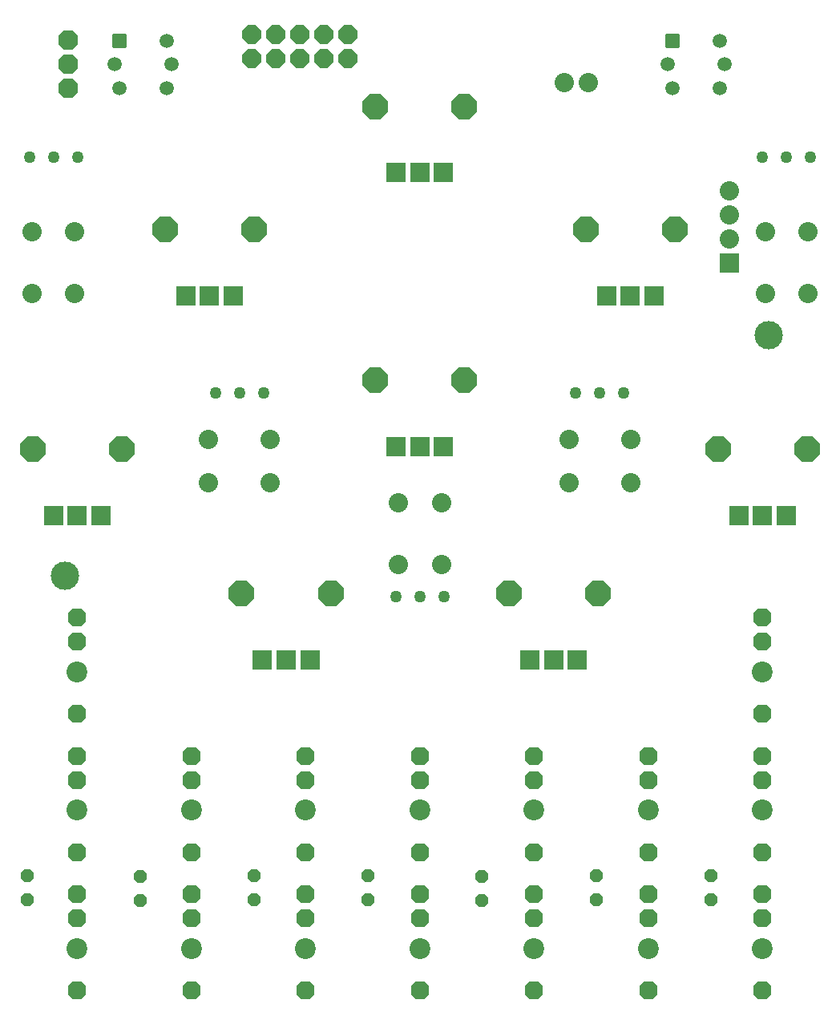
<source format=gbr>
%TF.GenerationSoftware,KiCad,Pcbnew,(6.0.11-0)*%
%TF.CreationDate,2023-03-07T14:13:06+01:00*%
%TF.ProjectId,marbles,6d617262-6c65-4732-9e6b-696361645f70,rev?*%
%TF.SameCoordinates,Original*%
%TF.FileFunction,Soldermask,Bot*%
%TF.FilePolarity,Negative*%
%FSLAX46Y46*%
G04 Gerber Fmt 4.6, Leading zero omitted, Abs format (unit mm)*
G04 Created by KiCad (PCBNEW (6.0.11-0)) date 2023-03-07 14:13:06*
%MOMM*%
%LPD*%
G01*
G04 APERTURE LIST*
G04 Aperture macros list*
%AMRoundRect*
0 Rectangle with rounded corners*
0 $1 Rounding radius*
0 $2 $3 $4 $5 $6 $7 $8 $9 X,Y pos of 4 corners*
0 Add a 4 corners polygon primitive as box body*
4,1,4,$2,$3,$4,$5,$6,$7,$8,$9,$2,$3,0*
0 Add four circle primitives for the rounded corners*
1,1,$1+$1,$2,$3*
1,1,$1+$1,$4,$5*
1,1,$1+$1,$6,$7*
1,1,$1+$1,$8,$9*
0 Add four rect primitives between the rounded corners*
20,1,$1+$1,$2,$3,$4,$5,0*
20,1,$1+$1,$4,$5,$6,$7,0*
20,1,$1+$1,$6,$7,$8,$9,0*
20,1,$1+$1,$8,$9,$2,$3,0*%
%AMFreePoly0*
4,1,25,0.575031,1.328373,0.579933,1.323882,1.323882,0.579933,1.345910,0.532692,1.346200,0.526051,1.346200,-0.526051,1.328373,-0.575031,1.323882,-0.579933,0.579933,-1.323882,0.532692,-1.345910,0.526051,-1.346200,-0.526051,-1.346200,-0.575031,-1.328373,-0.579933,-1.323882,-1.323882,-0.579933,-1.345910,-0.532692,-1.346200,-0.526051,-1.346200,0.526051,-1.328373,0.575031,-1.323882,0.579933,
-0.579933,1.323882,-0.532692,1.345910,-0.526051,1.346200,0.526051,1.346200,0.575031,1.328373,0.575031,1.328373,$1*%
%AMFreePoly1*
4,1,25,0.417216,0.947373,0.422118,0.942882,0.942882,0.422118,0.964910,0.374877,0.965200,0.368236,0.965200,-0.368236,0.947373,-0.417216,0.942882,-0.422118,0.422118,-0.942882,0.374877,-0.964910,0.368236,-0.965200,-0.368236,-0.965200,-0.417216,-0.947373,-0.422118,-0.942882,-0.942882,-0.422118,-0.964910,-0.374877,-0.965200,-0.368236,-0.965200,0.368236,-0.947373,0.417216,-0.942882,0.422118,
-0.422118,0.942882,-0.374877,0.964910,-0.368236,0.965200,0.368236,0.965200,0.417216,0.947373,0.417216,0.947373,$1*%
%AMFreePoly2*
4,1,25,0.301485,0.667973,0.306387,0.663482,0.663482,0.306387,0.685510,0.259146,0.685800,0.252505,0.685800,-0.252505,0.667973,-0.301485,0.663482,-0.306387,0.306387,-0.663482,0.259146,-0.685510,0.252505,-0.685800,-0.252505,-0.685800,-0.301485,-0.667973,-0.306387,-0.663482,-0.663482,-0.306387,-0.685510,-0.259146,-0.685800,-0.252505,-0.685800,0.252505,-0.667973,0.301485,-0.663482,0.306387,
-0.306387,0.663482,-0.259146,0.685510,-0.252505,0.685800,0.252505,0.685800,0.301485,0.667973,0.301485,0.667973,$1*%
%AMFreePoly3*
4,1,25,0.448779,1.023573,0.453681,1.019082,1.019082,0.453681,1.041110,0.406440,1.041400,0.399799,1.041400,-0.399799,1.023573,-0.448779,1.019082,-0.453681,0.453681,-1.019082,0.406440,-1.041110,0.399799,-1.041400,-0.399799,-1.041400,-0.448779,-1.023573,-0.453681,-1.019082,-1.019082,-0.453681,-1.041110,-0.406440,-1.041400,-0.399799,-1.041400,0.399799,-1.023573,0.448779,-1.019082,0.453681,
-0.453681,1.019082,-0.406440,1.041110,-0.399799,1.041400,0.399799,1.041400,0.448779,1.023573,0.448779,1.023573,$1*%
%AMFreePoly4*
4,1,25,0.438258,0.998173,0.443160,0.993682,0.993682,0.443160,1.015710,0.395919,1.016000,0.389278,1.016000,-0.389278,0.998173,-0.438258,0.993682,-0.443160,0.443160,-0.993682,0.395919,-1.015710,0.389278,-1.016000,-0.389278,-1.016000,-0.438258,-0.998173,-0.443160,-0.993682,-0.993682,-0.443160,-1.015710,-0.395919,-1.016000,-0.389278,-1.016000,0.389278,-0.998173,0.438258,-0.993682,0.443160,
-0.443160,0.993682,-0.395919,1.015710,-0.389278,1.016000,0.389278,1.016000,0.438258,0.998173,0.438258,0.998173,$1*%
G04 Aperture macros list end*
%ADD10RoundRect,0.076200X0.939800X-0.939800X0.939800X0.939800X-0.939800X0.939800X-0.939800X-0.939800X0*%
%ADD11FreePoly0,90.000000*%
%ADD12C,2.200000*%
%ADD13FreePoly1,180.000000*%
%ADD14C,1.258800*%
%ADD15FreePoly2,270.000000*%
%ADD16C,1.502400*%
%ADD17RoundRect,0.076200X0.675000X-0.675000X0.675000X0.675000X-0.675000X0.675000X-0.675000X-0.675000X0*%
%ADD18C,2.032000*%
%ADD19FreePoly3,180.000000*%
%ADD20C,3.000000*%
%ADD21FreePoly4,180.000000*%
%ADD22RoundRect,0.076200X-0.939800X-0.939800X0.939800X-0.939800X0.939800X0.939800X-0.939800X0.939800X0*%
G04 APERTURE END LIST*
D10*
%TO.C,R38*%
X165129800Y-121211100D03*
X162629800Y-121211100D03*
X160129800Y-121211100D03*
D11*
X167329800Y-114211100D03*
X157929800Y-114211100D03*
%TD*%
D10*
%TO.C,R14*%
X173226100Y-82793600D03*
X170726100Y-82793600D03*
X168226100Y-82793600D03*
D11*
X175426100Y-75793600D03*
X166026100Y-75793600D03*
%TD*%
D12*
%TO.C,J11*%
X124371100Y-151676100D03*
D13*
X124371100Y-145961100D03*
X124371100Y-148501100D03*
X124371100Y-156121100D03*
%TD*%
D12*
%TO.C,J7*%
X160566100Y-137071100D03*
D13*
X160566100Y-131356100D03*
X160566100Y-133896100D03*
X160566100Y-141516100D03*
%TD*%
D14*
%TO.C,LED5*%
X151040000Y-114500000D03*
X148500000Y-114500000D03*
X145960000Y-114500000D03*
%TD*%
D10*
%TO.C,R16*%
X151001100Y-98668600D03*
X148501100Y-98668600D03*
X146001100Y-98668600D03*
D11*
X153201100Y-91668600D03*
X143801100Y-91668600D03*
%TD*%
D10*
%TO.C,R13*%
X128776100Y-82793600D03*
X126276100Y-82793600D03*
X123776100Y-82793600D03*
D11*
X130976100Y-75793600D03*
X121576100Y-75793600D03*
%TD*%
D15*
%TO.C,LED10*%
X155000000Y-144056100D03*
X155000000Y-146596100D03*
%TD*%
D10*
%TO.C,R4*%
X151001100Y-69776100D03*
X148501100Y-69776100D03*
X146001100Y-69776100D03*
D11*
X153201100Y-62776100D03*
X143801100Y-62776100D03*
%TD*%
D15*
%TO.C,LED8*%
X131000000Y-144030000D03*
X131000000Y-146570000D03*
%TD*%
D12*
%TO.C,J16*%
X184696100Y-151676100D03*
D13*
X184696100Y-145961100D03*
X184696100Y-148501100D03*
X184696100Y-156121100D03*
%TD*%
D15*
%TO.C,LED6*%
X107000000Y-144030000D03*
X107000000Y-146570000D03*
%TD*%
D10*
%TO.C,R37*%
X136872400Y-121211100D03*
X134372400Y-121211100D03*
X131872400Y-121211100D03*
D11*
X139072400Y-114211100D03*
X129672400Y-114211100D03*
%TD*%
D16*
%TO.C,SW1*%
X121791100Y-55831100D03*
X121791100Y-60831100D03*
D17*
X116791100Y-55831100D03*
D16*
X116291100Y-58331100D03*
X122291100Y-58331100D03*
X116791100Y-60831100D03*
%TD*%
D12*
%TO.C,J4*%
X124371100Y-137071100D03*
D13*
X124371100Y-131356100D03*
X124371100Y-133896100D03*
X124371100Y-141516100D03*
%TD*%
D12*
%TO.C,J9*%
X184696100Y-137071100D03*
D13*
X184696100Y-131356100D03*
X184696100Y-133896100D03*
X184696100Y-141516100D03*
%TD*%
D15*
%TO.C,LED12*%
X179250000Y-144030000D03*
X179250000Y-146570000D03*
%TD*%
%TO.C,LED11*%
X167100000Y-143980000D03*
X167100000Y-146520000D03*
%TD*%
D12*
%TO.C,J1*%
X112306100Y-122466100D03*
D13*
X112306100Y-116751100D03*
X112306100Y-119291100D03*
X112306100Y-126911100D03*
%TD*%
D18*
%TO.C,SW6*%
X164299900Y-97980500D03*
X170802300Y-97980500D03*
X164299900Y-102501700D03*
X170802300Y-102501700D03*
%TD*%
D12*
%TO.C,J12*%
X136436100Y-151676100D03*
D13*
X136436100Y-145961100D03*
X136436100Y-148501100D03*
X136436100Y-156121100D03*
%TD*%
D15*
%TO.C,LED9*%
X143000000Y-143980000D03*
X143000000Y-146520000D03*
%TD*%
D18*
%TO.C,SW3*%
X112026700Y-76034900D03*
X112026700Y-82537300D03*
X107505500Y-76034900D03*
X107505500Y-82537300D03*
%TD*%
D14*
%TO.C,LED1*%
X112340000Y-68100000D03*
X109800000Y-68100000D03*
X107260000Y-68100000D03*
%TD*%
%TO.C,LED4*%
X170040000Y-93000000D03*
X167500000Y-93000000D03*
X164960000Y-93000000D03*
%TD*%
D18*
%TO.C,SW4*%
X184975500Y-82537300D03*
X184975500Y-76034900D03*
X189496700Y-82537300D03*
X189496700Y-76034900D03*
%TD*%
D14*
%TO.C,LED2*%
X189740000Y-68100000D03*
X187200000Y-68100000D03*
X184660000Y-68100000D03*
%TD*%
D18*
%TO.C,SW5*%
X126199900Y-97980500D03*
X132702300Y-97980500D03*
X126199900Y-102501700D03*
X132702300Y-102501700D03*
%TD*%
D12*
%TO.C,J6*%
X148501100Y-137071100D03*
D13*
X148501100Y-131356100D03*
X148501100Y-133896100D03*
X148501100Y-141516100D03*
%TD*%
D16*
%TO.C,SW2*%
X180211100Y-55831100D03*
X180211100Y-60831100D03*
D17*
X175211100Y-55831100D03*
D16*
X174711100Y-58331100D03*
X180711100Y-58331100D03*
X175211100Y-60831100D03*
%TD*%
D19*
%TO.C,IC1*%
X111353600Y-60871100D03*
X111353600Y-58331100D03*
X111353600Y-55791100D03*
%TD*%
D10*
%TO.C,R21*%
X187196100Y-105971100D03*
X184696100Y-105971100D03*
X182196100Y-105971100D03*
D11*
X189396100Y-98971100D03*
X179996100Y-98971100D03*
%TD*%
D20*
%TO.C,H3*%
X185331100Y-86906100D03*
%TD*%
D14*
%TO.C,LED3*%
X132040000Y-93000000D03*
X129500000Y-93000000D03*
X126960000Y-93000000D03*
%TD*%
D12*
%TO.C,J15*%
X172631100Y-151676100D03*
D13*
X172631100Y-145961100D03*
X172631100Y-148501100D03*
X172631100Y-156121100D03*
%TD*%
D12*
%TO.C,J8*%
X172631100Y-137071100D03*
D13*
X172631100Y-131356100D03*
X172631100Y-133896100D03*
X172631100Y-141516100D03*
%TD*%
D12*
%TO.C,J5*%
X136436100Y-137071100D03*
D13*
X136436100Y-131356100D03*
X136436100Y-133896100D03*
X136436100Y-141516100D03*
%TD*%
D12*
%TO.C,J14*%
X160566100Y-151676100D03*
D13*
X160566100Y-145961100D03*
X160566100Y-148501100D03*
X160566100Y-156121100D03*
%TD*%
D12*
%TO.C,J3*%
X112306100Y-137071100D03*
D13*
X112306100Y-131356100D03*
X112306100Y-133896100D03*
X112306100Y-141516100D03*
%TD*%
D18*
%TO.C,SW7*%
X146240500Y-111112300D03*
X146240500Y-104609900D03*
X150761700Y-111112300D03*
X150761700Y-104609900D03*
%TD*%
D10*
%TO.C,R20*%
X114806100Y-105971100D03*
X112306100Y-105971100D03*
X109806100Y-105971100D03*
D11*
X117006100Y-98971100D03*
X107606100Y-98971100D03*
%TD*%
D15*
%TO.C,LED7*%
X119000000Y-144056100D03*
X119000000Y-146596100D03*
%TD*%
D12*
%TO.C,J2*%
X184696100Y-122466100D03*
D13*
X184696100Y-116751100D03*
X184696100Y-119291100D03*
X184696100Y-126911100D03*
%TD*%
D20*
%TO.C,H5*%
X111036100Y-112306100D03*
%TD*%
D12*
%TO.C,J10*%
X112306100Y-151676100D03*
D13*
X112306100Y-145961100D03*
X112306100Y-148501100D03*
X112306100Y-156121100D03*
%TD*%
D12*
%TO.C,J13*%
X148501100Y-151676100D03*
D13*
X148501100Y-145961100D03*
X148501100Y-148501100D03*
X148501100Y-156121100D03*
%TD*%
D18*
%TO.C,JP2*%
X163741100Y-60236100D03*
X166281100Y-60236100D03*
%TD*%
D21*
%TO.C,JP4*%
X140881100Y-57696100D03*
X140881100Y-55156100D03*
X138341100Y-57696100D03*
X138341100Y-55156100D03*
X135801100Y-57696100D03*
X135801100Y-55156100D03*
X133261100Y-57696100D03*
X133261100Y-55156100D03*
X130721100Y-57696100D03*
X130721100Y-55156100D03*
%TD*%
D22*
%TO.C,JP1*%
X181203600Y-79286100D03*
D18*
X181203600Y-76746100D03*
X181203600Y-74206100D03*
X181203600Y-71666100D03*
%TD*%
M02*

</source>
